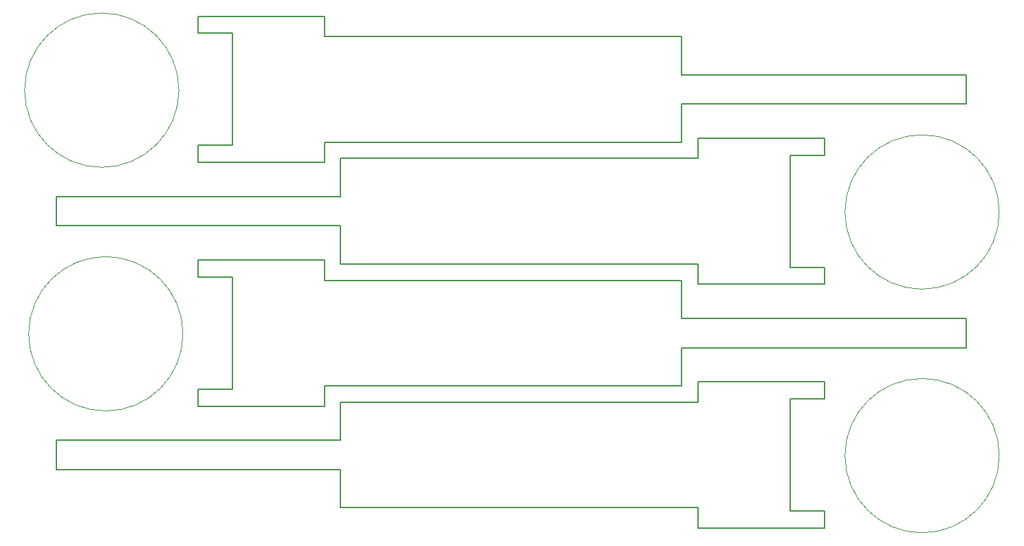
<source format=gbr>
G04 #@! TF.GenerationSoftware,KiCad,Pcbnew,5.0.2+dfsg1-1*
G04 #@! TF.CreationDate,2019-10-24T09:01:44+03:00*
G04 #@! TF.ProjectId,ERG-T-04,4552472d-542d-4303-942e-6b696361645f,rev?*
G04 #@! TF.SameCoordinates,Original*
G04 #@! TF.FileFunction,Profile,NP*
%FSLAX46Y46*%
G04 Gerber Fmt 4.6, Leading zero omitted, Abs format (unit mm)*
G04 Created by KiCad (PCBNEW 5.0.2+dfsg1-1) date Чт 24 окт 2019 09:01:44*
%MOMM*%
%LPD*%
G01*
G04 APERTURE LIST*
%ADD10C,0.050000*%
%ADD11C,0.200000*%
G04 APERTURE END LIST*
D10*
X38300000Y-31950000D02*
G75*
G03X38300000Y-31950000I-9500000J0D01*
G01*
X38800000Y-61950000D02*
G75*
G03X38800000Y-61950000I-9500000J0D01*
G01*
X139300000Y-76950000D02*
G75*
G03X139300000Y-76950000I-9500000J0D01*
G01*
D11*
X102217500Y-83357500D02*
X102217500Y-85857500D01*
X135217500Y-60057500D02*
X100217500Y-60057500D01*
X135217500Y-63657500D02*
X135217500Y-60057500D01*
X100217500Y-63657500D02*
X135217500Y-63657500D01*
X100217500Y-60057500D02*
X100217500Y-55357500D01*
X58217500Y-83357500D02*
X102217500Y-83357500D01*
X117817500Y-67857500D02*
X117817500Y-69957500D01*
X117817500Y-69957500D02*
X113517500Y-69957500D01*
X117817500Y-83757500D02*
X117817500Y-85857500D01*
X117817500Y-83757500D02*
X113517500Y-83757500D01*
X113517500Y-69957500D02*
X113517500Y-83757500D01*
X102217500Y-67857500D02*
X102217500Y-70357500D01*
X102217500Y-67857500D02*
X117817500Y-67857500D01*
X102217500Y-70357500D02*
X58217500Y-70357500D01*
X58217500Y-70357500D02*
X58217500Y-75057500D01*
X58217500Y-75057500D02*
X23217500Y-75057500D01*
X102217500Y-85857500D02*
X117817500Y-85857500D01*
X56217500Y-55357500D02*
X56217500Y-52857500D01*
X100217500Y-55357500D02*
X56217500Y-55357500D01*
X56217500Y-68357500D02*
X100217500Y-68357500D01*
X100217500Y-68357500D02*
X100217500Y-63657500D01*
X40617500Y-70857500D02*
X40617500Y-68757500D01*
X40617500Y-68757500D02*
X44917500Y-68757500D01*
X40617500Y-54957500D02*
X40617500Y-52857500D01*
X40617500Y-54957500D02*
X44917500Y-54957500D01*
X44917500Y-68757500D02*
X44917500Y-54957500D01*
X56217500Y-70857500D02*
X56217500Y-68357500D01*
X56217500Y-70857500D02*
X40617500Y-70857500D01*
X56217500Y-52857500D02*
X40617500Y-52857500D01*
X58217500Y-78657500D02*
X58217500Y-83357500D01*
X23217500Y-78657500D02*
X58217500Y-78657500D01*
X23217500Y-75057500D02*
X23217500Y-78657500D01*
X56217500Y-25357500D02*
X56217500Y-22857500D01*
X100217500Y-25357500D02*
X56217500Y-25357500D01*
X40617500Y-40857500D02*
X40617500Y-38757500D01*
X40617500Y-38757500D02*
X44917500Y-38757500D01*
X40617500Y-24957500D02*
X40617500Y-22857500D01*
X40617500Y-24957500D02*
X44917500Y-24957500D01*
X44917500Y-38757500D02*
X44917500Y-24957500D01*
X56217500Y-40857500D02*
X56217500Y-38357500D01*
X56217500Y-40857500D02*
X40617500Y-40857500D01*
X56217500Y-38357500D02*
X100217500Y-38357500D01*
X100217500Y-38357500D02*
X100217500Y-33657500D01*
X100217500Y-33657500D02*
X135217500Y-33657500D01*
X56217500Y-22857500D02*
X40617500Y-22857500D01*
X100217500Y-30057500D02*
X100217500Y-25357500D01*
X135217500Y-30057500D02*
X100217500Y-30057500D01*
X135217500Y-33657500D02*
X135217500Y-30057500D01*
X102217500Y-55857500D02*
X117817500Y-55857500D01*
X102217500Y-53357500D02*
X102217500Y-55857500D01*
X58217500Y-53357500D02*
X102217500Y-53357500D01*
X58217500Y-48657500D02*
X58217500Y-53357500D01*
X23217500Y-48657500D02*
X58217500Y-48657500D01*
X23217500Y-45057500D02*
X23217500Y-48657500D01*
X58217500Y-45057500D02*
X23217500Y-45057500D01*
X58217500Y-40357500D02*
X58217500Y-45057500D01*
X102217500Y-40357500D02*
X58217500Y-40357500D01*
X102217500Y-37857500D02*
X117817500Y-37857500D01*
X102217500Y-37857500D02*
X102217500Y-40357500D01*
X113517500Y-39957500D02*
X113517500Y-53757500D01*
X117817500Y-53757500D02*
X113517500Y-53757500D01*
X117817500Y-53757500D02*
X117817500Y-55857500D01*
X117817500Y-39957500D02*
X113517500Y-39957500D01*
X117817500Y-37857500D02*
X117817500Y-39957500D01*
D10*
X139300000Y-46950000D02*
G75*
G03X139300000Y-46950000I-9500000J0D01*
G01*
M02*

</source>
